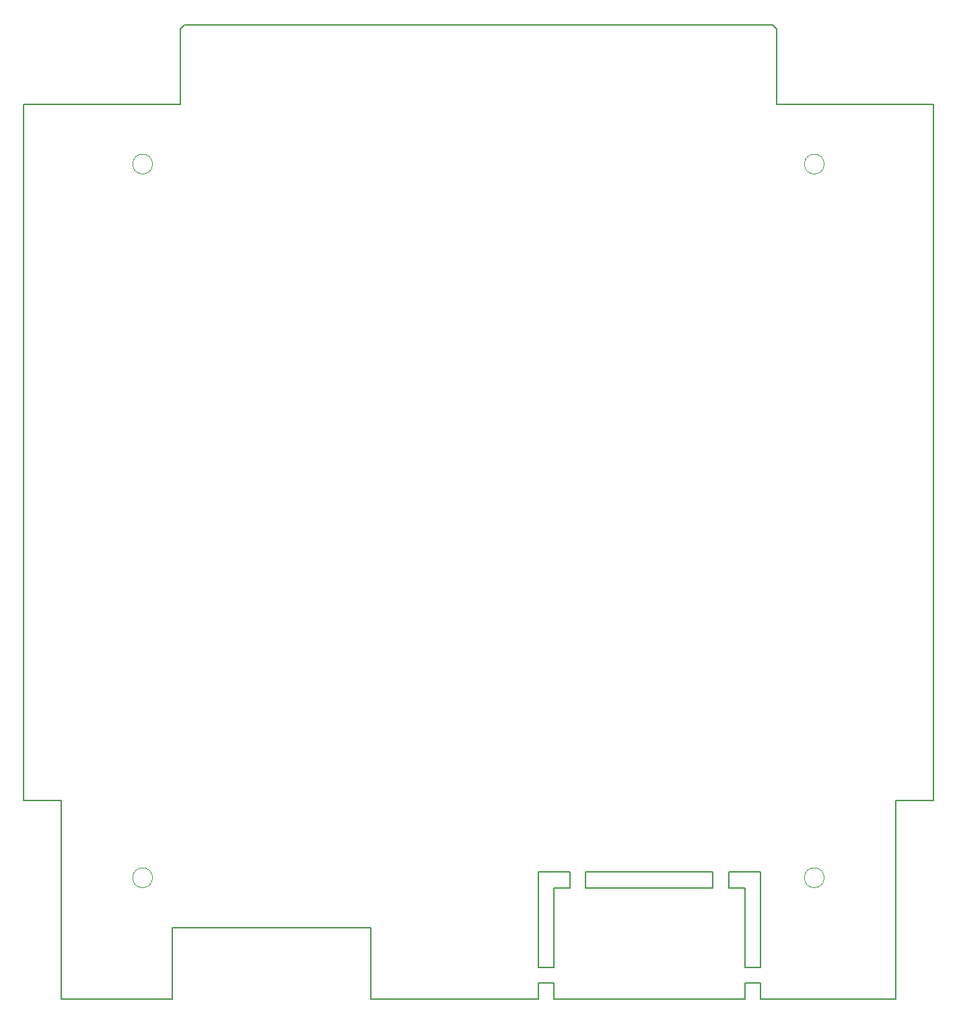
<source format=gbr>
%TF.GenerationSoftware,KiCad,Pcbnew,8.0.1*%
%TF.CreationDate,2024-04-14T22:32:59+02:00*%
%TF.ProjectId,M062.2,4d303632-2e32-42e6-9b69-6361645f7063,1*%
%TF.SameCoordinates,Original*%
%TF.FileFunction,Profile,NP*%
%FSLAX46Y46*%
G04 Gerber Fmt 4.6, Leading zero omitted, Abs format (unit mm)*
G04 Created by KiCad (PCBNEW 8.0.1) date 2024-04-14 22:32:59*
%MOMM*%
%LPD*%
G01*
G04 APERTURE LIST*
%TA.AperFunction,Profile*%
%ADD10C,0.150000*%
%TD*%
%TA.AperFunction,Profile*%
%ADD11C,0.120000*%
%TD*%
G04 APERTURE END LIST*
D10*
%TO.C,X1*%
X94710000Y-51200000D02*
X94710000Y-138700000D01*
X99460000Y-138700000D02*
X94710000Y-138700000D01*
X99460000Y-138700000D02*
X99460000Y-163700000D01*
X113460000Y-154700000D02*
X113460000Y-163700000D01*
X113460000Y-154700000D02*
X138460000Y-154700000D01*
X113460000Y-163700000D02*
X99460000Y-163700000D01*
X114460000Y-41700000D02*
X114960000Y-41200000D01*
X114460000Y-51200000D02*
X94710000Y-51200000D01*
X114460000Y-51200000D02*
X114460000Y-41700000D01*
X114960000Y-41200000D02*
X188960000Y-41200000D01*
X138460000Y-154700000D02*
X138460000Y-163700000D01*
X159460000Y-147700000D02*
X159460000Y-159700000D01*
X159460000Y-159700000D02*
X161460000Y-159700000D01*
X159460000Y-161700000D02*
X159460000Y-163700000D01*
X159460000Y-161700000D02*
X161460000Y-161700000D01*
X159460000Y-163700000D02*
X138460000Y-163700000D01*
X161460000Y-149700000D02*
X161460000Y-159700000D01*
X161460000Y-161700000D02*
X161460000Y-163700000D01*
X163460000Y-147700000D02*
X159460000Y-147700000D01*
X163460000Y-147700000D02*
X163460000Y-149700000D01*
X163460000Y-149700000D02*
X161460000Y-149700000D01*
X165460000Y-147700000D02*
X165460000Y-149700000D01*
X165460000Y-147700000D02*
X181460000Y-147700000D01*
X165460000Y-149700000D02*
X181460000Y-149700000D01*
X181460000Y-149700000D02*
X181460000Y-147700000D01*
X183460000Y-147700000D02*
X187460000Y-147700000D01*
X183460000Y-149700000D02*
X183460000Y-147700000D01*
X183460000Y-149700000D02*
X185460000Y-149700000D01*
X185460000Y-149700000D02*
X185460000Y-159700000D01*
X185460000Y-159700000D02*
X187460000Y-159700000D01*
X185460000Y-161700000D02*
X185460000Y-163700000D01*
X185460000Y-161700000D02*
X187460000Y-161700000D01*
X185460000Y-163700000D02*
X161460000Y-163700000D01*
X187460000Y-147700000D02*
X187460000Y-159700000D01*
X187460000Y-161700000D02*
X187460000Y-163700000D01*
X189460000Y-41700000D02*
X188960000Y-41200000D01*
X189460000Y-41700000D02*
X189460000Y-51200000D01*
X189460000Y-51200000D02*
X209210000Y-51200000D01*
X204460000Y-138700000D02*
X204460000Y-163700000D01*
X204460000Y-163700000D02*
X187460000Y-163700000D01*
X209210000Y-51200000D02*
X209210000Y-138700000D01*
X209210000Y-138700000D02*
X204460000Y-138700000D01*
D11*
X110960000Y-58700000D02*
G75*
G02*
X108460000Y-58700000I-1250000J0D01*
G01*
X108460000Y-58700000D02*
G75*
G02*
X110960000Y-58700000I1250000J0D01*
G01*
X110960000Y-148450000D02*
G75*
G02*
X108460000Y-148450000I-1250000J0D01*
G01*
X108460000Y-148450000D02*
G75*
G02*
X110960000Y-148450000I1250000J0D01*
G01*
X195460000Y-58700000D02*
G75*
G02*
X192960000Y-58700000I-1250000J0D01*
G01*
X192960000Y-58700000D02*
G75*
G02*
X195460000Y-58700000I1250000J0D01*
G01*
X195460000Y-148450000D02*
G75*
G02*
X192960000Y-148450000I-1250000J0D01*
G01*
X192960000Y-148450000D02*
G75*
G02*
X195460000Y-148450000I1250000J0D01*
G01*
%TD*%
M02*

</source>
